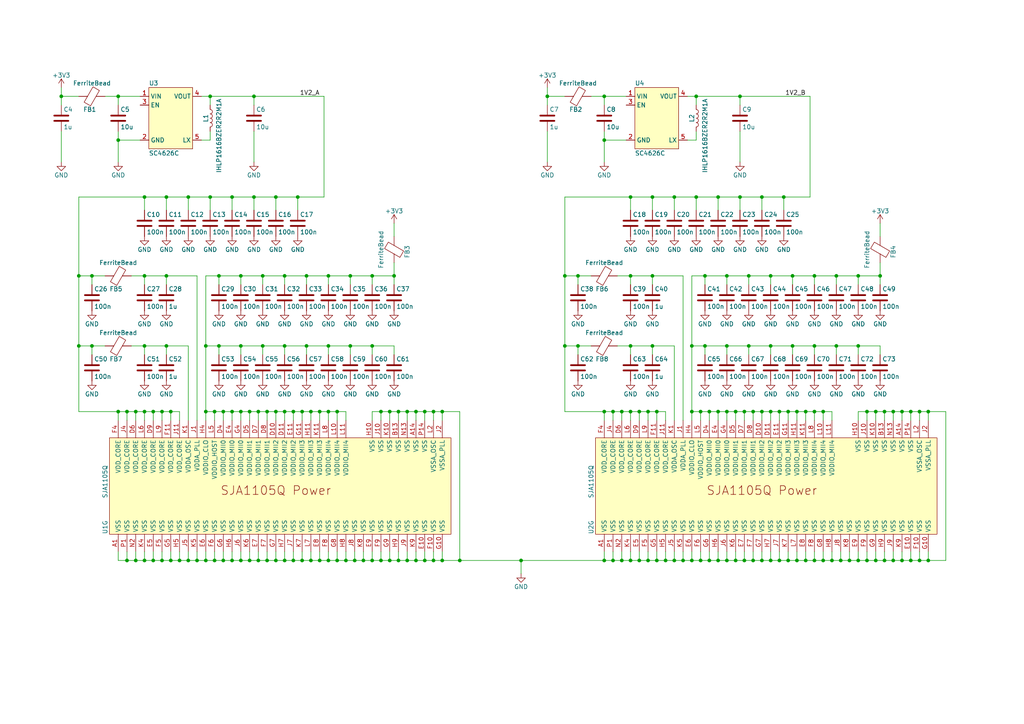
<source format=kicad_sch>
(kicad_sch (version 20211123) (generator eeschema)
  (paper "A4")
  (title_block (title "Open Hardware 10Base-T1L Switch") (date "2023-04-07") (rev "REV A") (company "Peter Heinrich") (comment 1 "Open Hardware License CERN-OHL-P v2") (comment 2 "https://github.com/peterheinrich/Open_10Base-T1L_Switch"))
  (junction (at 220.98 119.38))
  (junction (at 73.66 27.94))
  (junction (at 269.24 162.56))
  (junction (at 49.53 162.56))
  (junction (at 185.42 119.38))
  (junction (at 243.84 162.56))
  (junction (at 151.13 162.56))
  (junction (at 185.42 162.56))
  (junction (at 175.26 162.56))
  (junction (at 22.86 100.33))
  (junction (at 69.85 162.56))
  (junction (at 82.55 119.38))
  (junction (at 95.25 80.01))
  (junction (at 87.63 119.38))
  (junction (at 210.82 162.56))
  (junction (at 190.5 119.38))
  (junction (at 76.2 80.01))
  (junction (at 158.75 27.94))
  (junction (at 208.28 119.38))
  (junction (at 90.17 119.38))
  (junction (at 113.03 119.38))
  (junction (at 223.52 119.38))
  (junction (at 26.67 100.33))
  (junction (at 208.28 57.15))
  (junction (at 254 162.56))
  (junction (at 217.17 80.01))
  (junction (at 64.77 162.56))
  (junction (at 175.26 40.64))
  (junction (at 128.27 119.38))
  (junction (at 251.46 119.38))
  (junction (at 69.85 80.01))
  (junction (at 125.73 162.56))
  (junction (at 248.92 80.01))
  (junction (at 210.82 119.38))
  (junction (at 72.39 162.56))
  (junction (at 214.63 57.15))
  (junction (at 248.92 100.33))
  (junction (at 80.01 57.15))
  (junction (at 242.57 80.01))
  (junction (at 254 119.38))
  (junction (at 60.96 57.15))
  (junction (at 101.6 100.33))
  (junction (at 54.61 57.15))
  (junction (at 115.57 119.38))
  (junction (at 34.29 27.94))
  (junction (at 118.11 162.56))
  (junction (at 238.76 119.38))
  (junction (at 34.29 40.64))
  (junction (at 182.88 119.38))
  (junction (at 88.9 100.33))
  (junction (at 123.19 162.56))
  (junction (at 193.04 162.56))
  (junction (at 190.5 162.56))
  (junction (at 39.37 162.56))
  (junction (at 210.82 80.01))
  (junction (at 120.65 162.56))
  (junction (at 85.09 162.56))
  (junction (at 113.03 162.56))
  (junction (at 77.47 162.56))
  (junction (at 177.8 119.38))
  (junction (at 229.87 100.33))
  (junction (at 102.87 162.56))
  (junction (at 251.46 162.56))
  (junction (at 180.34 162.56))
  (junction (at 128.27 162.56))
  (junction (at 187.96 162.56))
  (junction (at 264.16 162.56))
  (junction (at 46.99 162.56))
  (junction (at 236.22 119.38))
  (junction (at 41.91 119.38))
  (junction (at 229.87 80.01))
  (junction (at 22.86 80.01))
  (junction (at 227.33 57.15))
  (junction (at 214.63 27.94))
  (junction (at 41.91 80.01))
  (junction (at 204.47 80.01))
  (junction (at 82.55 162.56))
  (junction (at 233.68 119.38))
  (junction (at 97.79 119.38))
  (junction (at 110.49 119.38))
  (junction (at 241.3 162.56))
  (junction (at 204.47 100.33))
  (junction (at 123.19 119.38))
  (junction (at 125.73 119.38))
  (junction (at 205.74 119.38))
  (junction (at 175.26 119.38))
  (junction (at 72.39 119.38))
  (junction (at 228.6 162.56))
  (junction (at 231.14 162.56))
  (junction (at 256.54 119.38))
  (junction (at 52.07 162.56))
  (junction (at 195.58 57.15))
  (junction (at 82.55 100.33))
  (junction (at 203.2 119.38))
  (junction (at 175.26 27.94))
  (junction (at 236.22 100.33))
  (junction (at 201.93 27.94))
  (junction (at 57.15 162.56))
  (junction (at 92.71 119.38))
  (junction (at 200.66 100.33))
  (junction (at 189.23 100.33))
  (junction (at 101.6 80.01))
  (junction (at 95.25 100.33))
  (junction (at 261.62 162.56))
  (junction (at 46.99 119.38))
  (junction (at 48.26 57.15))
  (junction (at 208.28 162.56))
  (junction (at 198.12 162.56))
  (junction (at 80.01 162.56))
  (junction (at 60.96 27.94))
  (junction (at 133.35 162.56))
  (junction (at 41.91 57.15))
  (junction (at 90.17 162.56))
  (junction (at 218.44 119.38))
  (junction (at 218.44 162.56))
  (junction (at 180.34 119.38))
  (junction (at 105.41 162.56))
  (junction (at 59.69 162.56))
  (junction (at 220.98 57.15))
  (junction (at 69.85 119.38))
  (junction (at 82.55 80.01))
  (junction (at 63.5 100.33))
  (junction (at 59.69 100.33))
  (junction (at 201.93 57.15))
  (junction (at 248.92 162.56))
  (junction (at 200.66 162.56))
  (junction (at 41.91 162.56))
  (junction (at 92.71 162.56))
  (junction (at 233.68 162.56))
  (junction (at 182.88 100.33))
  (junction (at 76.2 100.33))
  (junction (at 95.25 119.38))
  (junction (at 269.24 119.38))
  (junction (at 215.9 162.56))
  (junction (at 217.17 100.33))
  (junction (at 213.36 162.56))
  (junction (at 189.23 80.01))
  (junction (at 67.31 119.38))
  (junction (at 203.2 162.56))
  (junction (at 238.76 162.56))
  (junction (at 95.25 162.56))
  (junction (at 118.11 119.38))
  (junction (at 86.36 57.15))
  (junction (at 182.88 162.56))
  (junction (at 74.93 119.38))
  (junction (at 26.67 80.01))
  (junction (at 256.54 162.56))
  (junction (at 62.23 119.38))
  (junction (at 73.66 57.15))
  (junction (at 189.23 57.15))
  (junction (at 259.08 162.56))
  (junction (at 54.61 162.56))
  (junction (at 228.6 119.38))
  (junction (at 266.7 162.56))
  (junction (at 74.93 162.56))
  (junction (at 115.57 162.56))
  (junction (at 63.5 80.01))
  (junction (at 107.95 80.01))
  (junction (at 80.01 119.38))
  (junction (at 177.8 162.56))
  (junction (at 59.69 119.38))
  (junction (at 120.65 119.38))
  (junction (at 62.23 162.56))
  (junction (at 242.57 100.33))
  (junction (at 85.09 119.38))
  (junction (at 107.95 162.56))
  (junction (at 100.33 162.56))
  (junction (at 167.64 80.01))
  (junction (at 195.58 162.56))
  (junction (at 48.26 80.01))
  (junction (at 110.49 162.56))
  (junction (at 87.63 162.56))
  (junction (at 69.85 100.33))
  (junction (at 236.22 80.01))
  (junction (at 163.83 100.33))
  (junction (at 231.14 119.38))
  (junction (at 167.64 100.33))
  (junction (at 200.66 119.38))
  (junction (at 182.88 57.15))
  (junction (at 48.26 100.33))
  (junction (at 114.3 80.01))
  (junction (at 213.36 119.38))
  (junction (at 264.16 119.38))
  (junction (at 36.83 119.38))
  (junction (at 67.31 57.15))
  (junction (at 246.38 162.56))
  (junction (at 77.47 119.38))
  (junction (at 97.79 162.56))
  (junction (at 44.45 119.38))
  (junction (at 226.06 119.38))
  (junction (at 36.83 162.56))
  (junction (at 34.29 119.38))
  (junction (at 236.22 162.56))
  (junction (at 220.98 162.56))
  (junction (at 64.77 119.38))
  (junction (at 259.08 119.38))
  (junction (at 182.88 80.01))
  (junction (at 107.95 100.33))
  (junction (at 44.45 162.56))
  (junction (at 210.82 100.33))
  (junction (at 187.96 119.38))
  (junction (at 255.27 80.01))
  (junction (at 223.52 80.01))
  (junction (at 49.53 119.38))
  (junction (at 41.91 100.33))
  (junction (at 223.52 100.33))
  (junction (at 215.9 119.38))
  (junction (at 205.74 162.56))
  (junction (at 39.37 119.38))
  (junction (at 266.7 119.38))
  (junction (at 226.06 162.56))
  (junction (at 261.62 119.38))
  (junction (at 223.52 162.56))
  (junction (at 88.9 80.01))
  (junction (at 163.83 80.01))
  (junction (at 67.31 162.56))
  (junction (at 17.78 27.94))
  (wire (pts (xy 223.52 119.38) (xy 223.52 121.92)))
  (wire (pts (xy 204.47 80.01) (xy 210.82 80.01)))
  (wire (pts (xy 246.38 162.56) (xy 248.92 162.56)))
  (wire (pts (xy 95.25 162.56) (xy 97.79 162.56)))
  (wire (pts (xy 62.23 162.56) (xy 64.77 162.56)))
  (wire (pts (xy 204.47 100.33) (xy 210.82 100.33)))
  (wire (pts (xy 217.17 80.01) (xy 217.17 82.55)))
  (wire (pts (xy 72.39 160.02) (xy 72.39 162.56)))
  (wire (pts (xy 220.98 57.15) (xy 227.33 57.15)))
  (wire (pts (xy 254 119.38) (xy 256.54 119.38)))
  (wire (pts (xy 227.33 57.15) (xy 227.33 60.96)))
  (wire (pts (xy 26.67 100.33) (xy 30.48 100.33)))
  (wire (pts (xy 125.73 119.38) (xy 125.73 121.92)))
  (wire (pts (xy 163.83 119.38) (xy 175.26 119.38)))
  (wire (pts (xy 90.17 119.38) (xy 90.17 121.92)))
  (wire (pts (xy 223.52 119.38) (xy 226.06 119.38)))
  (wire (pts (xy 187.96 119.38) (xy 190.5 119.38)))
  (wire (pts (xy 220.98 160.02) (xy 220.98 162.56)))
  (wire (pts (xy 167.64 80.01) (xy 171.45 80.01)))
  (wire (pts (xy 34.29 30.48) (xy 34.29 27.94)))
  (wire (pts (xy 189.23 100.33) (xy 189.23 102.87)))
  (wire (pts (xy 223.52 100.33) (xy 229.87 100.33)))
  (wire (pts (xy 266.7 119.38) (xy 266.7 121.92)))
  (wire (pts (xy 201.93 40.64) (xy 201.93 38.1)))
  (wire (pts (xy 95.25 119.38) (xy 97.79 119.38)))
  (wire (pts (xy 115.57 119.38) (xy 118.11 119.38)))
  (wire (pts (xy 218.44 119.38) (xy 218.44 121.92)))
  (wire (pts (xy 60.96 57.15) (xy 67.31 57.15)))
  (wire (pts (xy 73.66 27.94) (xy 73.66 30.48)))
  (wire (pts (xy 254 160.02) (xy 254 162.56)))
  (wire (pts (xy 97.79 160.02) (xy 97.79 162.56)))
  (wire (pts (xy 69.85 162.56) (xy 72.39 162.56)))
  (wire (pts (xy 39.37 160.02) (xy 39.37 162.56)))
  (wire (pts (xy 175.26 162.56) (xy 177.8 162.56)))
  (wire (pts (xy 175.26 27.94) (xy 181.61 27.94)))
  (wire (pts (xy 113.03 160.02) (xy 113.03 162.56)))
  (wire (pts (xy 215.9 119.38) (xy 218.44 119.38)))
  (wire (pts (xy 195.58 57.15) (xy 201.93 57.15)))
  (wire (pts (xy 175.26 40.64) (xy 181.61 40.64)))
  (wire (pts (xy 63.5 80.01) (xy 69.85 80.01)))
  (wire (pts (xy 67.31 57.15) (xy 67.31 60.96)))
  (wire (pts (xy 171.45 27.94) (xy 175.26 27.94)))
  (wire (pts (xy 107.95 160.02) (xy 107.95 162.56)))
  (wire (pts (xy 254 119.38) (xy 254 121.92)))
  (wire (pts (xy 57.15 162.56) (xy 59.69 162.56)))
  (wire (pts (xy 256.54 119.38) (xy 259.08 119.38)))
  (wire (pts (xy 259.08 119.38) (xy 259.08 121.92)))
  (wire (pts (xy 57.15 80.01) (xy 57.15 121.92)))
  (wire (pts (xy 248.92 162.56) (xy 251.46 162.56)))
  (wire (pts (xy 204.47 100.33) (xy 204.47 102.87)))
  (wire (pts (xy 82.55 119.38) (xy 85.09 119.38)))
  (wire (pts (xy 205.74 119.38) (xy 205.74 121.92)))
  (wire (pts (xy 266.7 160.02) (xy 266.7 162.56)))
  (wire (pts (xy 195.58 162.56) (xy 198.12 162.56)))
  (wire (pts (xy 87.63 119.38) (xy 90.17 119.38)))
  (wire (pts (xy 36.83 162.56) (xy 39.37 162.56)))
  (wire (pts (xy 256.54 119.38) (xy 256.54 121.92)))
  (wire (pts (xy 44.45 162.56) (xy 46.99 162.56)))
  (wire (pts (xy 182.88 80.01) (xy 189.23 80.01)))
  (wire (pts (xy 210.82 162.56) (xy 213.36 162.56)))
  (wire (pts (xy 264.16 160.02) (xy 264.16 162.56)))
  (wire (pts (xy 38.1 80.01) (xy 41.91 80.01)))
  (wire (pts (xy 30.48 27.94) (xy 34.29 27.94)))
  (wire (pts (xy 67.31 119.38) (xy 69.85 119.38)))
  (wire (pts (xy 201.93 27.94) (xy 214.63 27.94)))
  (wire (pts (xy 87.63 119.38) (xy 87.63 121.92)))
  (wire (pts (xy 189.23 80.01) (xy 198.12 80.01)))
  (wire (pts (xy 22.86 119.38) (xy 34.29 119.38)))
  (wire (pts (xy 76.2 80.01) (xy 76.2 82.55)))
  (wire (pts (xy 41.91 162.56) (xy 44.45 162.56)))
  (wire (pts (xy 210.82 119.38) (xy 213.36 119.38)))
  (wire (pts (xy 110.49 119.38) (xy 113.03 119.38)))
  (wire (pts (xy 49.53 160.02) (xy 49.53 162.56)))
  (wire (pts (xy 229.87 100.33) (xy 229.87 102.87)))
  (wire (pts (xy 193.04 160.02) (xy 193.04 162.56)))
  (wire (pts (xy 69.85 119.38) (xy 72.39 119.38)))
  (wire (pts (xy 208.28 162.56) (xy 210.82 162.56)))
  (wire (pts (xy 39.37 119.38) (xy 39.37 121.92)))
  (wire (pts (xy 179.07 80.01) (xy 182.88 80.01)))
  (wire (pts (xy 87.63 162.56) (xy 90.17 162.56)))
  (wire (pts (xy 67.31 160.02) (xy 67.31 162.56)))
  (wire (pts (xy 251.46 119.38) (xy 251.46 121.92)))
  (wire (pts (xy 204.47 80.01) (xy 204.47 82.55)))
  (wire (pts (xy 105.41 160.02) (xy 105.41 162.56)))
  (wire (pts (xy 238.76 160.02) (xy 238.76 162.56)))
  (wire (pts (xy 193.04 162.56) (xy 195.58 162.56)))
  (wire (pts (xy 105.41 162.56) (xy 107.95 162.56)))
  (wire (pts (xy 72.39 119.38) (xy 72.39 121.92)))
  (wire (pts (xy 248.92 100.33) (xy 248.92 102.87)))
  (wire (pts (xy 92.71 160.02) (xy 92.71 162.56)))
  (wire (pts (xy 41.91 80.01) (xy 48.26 80.01)))
  (wire (pts (xy 118.11 119.38) (xy 120.65 119.38)))
  (wire (pts (xy 36.83 119.38) (xy 36.83 121.92)))
  (wire (pts (xy 101.6 80.01) (xy 101.6 82.55)))
  (wire (pts (xy 220.98 57.15) (xy 220.98 60.96)))
  (wire (pts (xy 76.2 100.33) (xy 82.55 100.33)))
  (wire (pts (xy 17.78 27.94) (xy 22.86 27.94)))
  (wire (pts (xy 82.55 119.38) (xy 82.55 121.92)))
  (wire (pts (xy 93.98 27.94) (xy 93.98 57.15)))
  (wire (pts (xy 243.84 160.02) (xy 243.84 162.56)))
  (wire (pts (xy 190.5 119.38) (xy 190.5 121.92)))
  (wire (pts (xy 97.79 162.56) (xy 100.33 162.56)))
  (wire (pts (xy 201.93 27.94) (xy 199.39 27.94)))
  (wire (pts (xy 22.86 57.15) (xy 22.86 80.01)))
  (wire (pts (xy 76.2 100.33) (xy 76.2 102.87)))
  (wire (pts (xy 167.64 100.33) (xy 171.45 100.33)))
  (wire (pts (xy 158.75 27.94) (xy 163.83 27.94)))
  (wire (pts (xy 110.49 160.02) (xy 110.49 162.56)))
  (wire (pts (xy 214.63 27.94) (xy 234.95 27.94)))
  (wire (pts (xy 210.82 100.33) (xy 217.17 100.33)))
  (wire (pts (xy 95.25 80.01) (xy 95.25 82.55)))
  (wire (pts (xy 179.07 100.33) (xy 182.88 100.33)))
  (wire (pts (xy 92.71 162.56) (xy 95.25 162.56)))
  (wire (pts (xy 187.96 119.38) (xy 187.96 121.92)))
  (wire (pts (xy 63.5 100.33) (xy 69.85 100.33)))
  (wire (pts (xy 101.6 100.33) (xy 101.6 102.87)))
  (wire (pts (xy 208.28 57.15) (xy 208.28 60.96)))
  (wire (pts (xy 264.16 162.56) (xy 266.7 162.56)))
  (wire (pts (xy 236.22 100.33) (xy 242.57 100.33)))
  (wire (pts (xy 86.36 57.15) (xy 86.36 60.96)))
  (wire (pts (xy 133.35 119.38) (xy 133.35 162.56)))
  (wire (pts (xy 64.77 160.02) (xy 64.77 162.56)))
  (wire (pts (xy 107.95 80.01) (xy 107.95 82.55)))
  (wire (pts (xy 102.87 160.02) (xy 102.87 162.56)))
  (wire (pts (xy 74.93 119.38) (xy 77.47 119.38)))
  (wire (pts (xy 60.96 30.48) (xy 60.96 27.94)))
  (wire (pts (xy 229.87 80.01) (xy 229.87 82.55)))
  (wire (pts (xy 175.26 160.02) (xy 175.26 162.56)))
  (wire (pts (xy 198.12 160.02) (xy 198.12 162.56)))
  (wire (pts (xy 69.85 160.02) (xy 69.85 162.56)))
  (wire (pts (xy 185.42 119.38) (xy 187.96 119.38)))
  (wire (pts (xy 63.5 80.01) (xy 63.5 82.55)))
  (wire (pts (xy 54.61 100.33) (xy 54.61 121.92)))
  (wire (pts (xy 210.82 119.38) (xy 210.82 121.92)))
  (wire (pts (xy 246.38 160.02) (xy 246.38 162.56)))
  (wire (pts (xy 228.6 119.38) (xy 228.6 121.92)))
  (wire (pts (xy 180.34 119.38) (xy 180.34 121.92)))
  (wire (pts (xy 269.24 119.38) (xy 274.32 119.38)))
  (wire (pts (xy 69.85 80.01) (xy 76.2 80.01)))
  (wire (pts (xy 17.78 27.94) (xy 17.78 30.48)))
  (wire (pts (xy 220.98 119.38) (xy 220.98 121.92)))
  (wire (pts (xy 248.92 160.02) (xy 248.92 162.56)))
  (wire (pts (xy 261.62 119.38) (xy 264.16 119.38)))
  (wire (pts (xy 200.66 80.01) (xy 204.47 80.01)))
  (wire (pts (xy 107.95 80.01) (xy 114.3 80.01)))
  (wire (pts (xy 233.68 119.38) (xy 236.22 119.38)))
  (wire (pts (xy 242.57 100.33) (xy 242.57 102.87)))
  (wire (pts (xy 163.83 100.33) (xy 167.64 100.33)))
  (wire (pts (xy 49.53 119.38) (xy 49.53 121.92)))
  (wire (pts (xy 203.2 119.38) (xy 203.2 121.92)))
  (wire (pts (xy 60.96 57.15) (xy 60.96 60.96)))
  (wire (pts (xy 107.95 121.92) (xy 107.95 119.38)))
  (wire (pts (xy 49.53 162.56) (xy 52.07 162.56)))
  (wire (pts (xy 74.93 119.38) (xy 74.93 121.92)))
  (wire (pts (xy 233.68 162.56) (xy 236.22 162.56)))
  (wire (pts (xy 255.27 64.77) (xy 255.27 68.58)))
  (wire (pts (xy 205.74 160.02) (xy 205.74 162.56)))
  (wire (pts (xy 200.66 100.33) (xy 204.47 100.33)))
  (wire (pts (xy 190.5 160.02) (xy 190.5 162.56)))
  (wire (pts (xy 41.91 57.15) (xy 41.91 60.96)))
  (wire (pts (xy 220.98 162.56) (xy 223.52 162.56)))
  (wire (pts (xy 86.36 57.15) (xy 93.98 57.15)))
  (wire (pts (xy 77.47 160.02) (xy 77.47 162.56)))
  (wire (pts (xy 264.16 119.38) (xy 266.7 119.38)))
  (wire (pts (xy 205.74 162.56) (xy 208.28 162.56)))
  (wire (pts (xy 185.42 162.56) (xy 187.96 162.56)))
  (wire (pts (xy 217.17 80.01) (xy 223.52 80.01)))
  (wire (pts (xy 73.66 38.1) (xy 73.66 46.99)))
  (wire (pts (xy 218.44 162.56) (xy 220.98 162.56)))
  (wire (pts (xy 44.45 160.02) (xy 44.45 162.56)))
  (wire (pts (xy 217.17 100.33) (xy 223.52 100.33)))
  (wire (pts (xy 17.78 25.4) (xy 17.78 27.94)))
  (wire (pts (xy 248.92 80.01) (xy 255.27 80.01)))
  (wire (pts (xy 101.6 80.01) (xy 107.95 80.01)))
  (wire (pts (xy 95.25 160.02) (xy 95.25 162.56)))
  (wire (pts (xy 72.39 162.56) (xy 74.93 162.56)))
  (wire (pts (xy 44.45 119.38) (xy 44.45 121.92)))
  (wire (pts (xy 73.66 57.15) (xy 80.01 57.15)))
  (wire (pts (xy 182.88 57.15) (xy 189.23 57.15)))
  (wire (pts (xy 88.9 80.01) (xy 95.25 80.01)))
  (wire (pts (xy 241.3 160.02) (xy 241.3 162.56)))
  (wire (pts (xy 236.22 119.38) (xy 236.22 121.92)))
  (wire (pts (xy 34.29 119.38) (xy 36.83 119.38)))
  (wire (pts (xy 175.26 30.48) (xy 175.26 27.94)))
  (wire (pts (xy 52.07 160.02) (xy 52.07 162.56)))
  (wire (pts (xy 231.14 119.38) (xy 233.68 119.38)))
  (wire (pts (xy 39.37 162.56) (xy 41.91 162.56)))
  (wire (pts (xy 264.16 119.38) (xy 264.16 121.92)))
  (wire (pts (xy 189.23 57.15) (xy 189.23 60.96)))
  (wire (pts (xy 113.03 119.38) (xy 115.57 119.38)))
  (wire (pts (xy 88.9 100.33) (xy 95.25 100.33)))
  (wire (pts (xy 208.28 119.38) (xy 210.82 119.38)))
  (wire (pts (xy 46.99 160.02) (xy 46.99 162.56)))
  (wire (pts (xy 177.8 119.38) (xy 177.8 121.92)))
  (wire (pts (xy 208.28 57.15) (xy 214.63 57.15)))
  (wire (pts (xy 114.3 76.2) (xy 114.3 80.01)))
  (wire (pts (xy 22.86 100.33) (xy 22.86 119.38)))
  (wire (pts (xy 158.75 25.4) (xy 158.75 27.94)))
  (wire (pts (xy 213.36 119.38) (xy 213.36 121.92)))
  (wire (pts (xy 266.7 162.56) (xy 269.24 162.56)))
  (wire (pts (xy 175.26 121.92) (xy 175.26 119.38)))
  (wire (pts (xy 59.69 100.33) (xy 59.69 80.01)))
  (wire (pts (xy 85.09 119.38) (xy 87.63 119.38)))
  (wire (pts (xy 110.49 119.38) (xy 110.49 121.92)))
  (wire (pts (xy 60.96 27.94) (xy 58.42 27.94)))
  (wire (pts (xy 242.57 80.01) (xy 242.57 82.55)))
  (wire (pts (xy 210.82 160.02) (xy 210.82 162.56)))
  (wire (pts (xy 228.6 119.38) (xy 231.14 119.38)))
  (wire (pts (xy 82.55 80.01) (xy 82.55 82.55)))
  (wire (pts (xy 226.06 119.38) (xy 226.06 121.92)))
  (wire (pts (xy 90.17 119.38) (xy 92.71 119.38)))
  (wire (pts (xy 226.06 162.56) (xy 228.6 162.56)))
  (wire (pts (xy 60.96 27.94) (xy 73.66 27.94)))
  (wire (pts (xy 44.45 119.38) (xy 46.99 119.38)))
  (wire (pts (xy 203.2 162.56) (xy 205.74 162.56)))
  (wire (pts (xy 180.34 119.38) (xy 182.88 119.38)))
  (wire (pts (xy 48.26 100.33) (xy 48.26 102.87)))
  (wire (pts (xy 261.62 160.02) (xy 261.62 162.56)))
  (wire (pts (xy 34.29 160.02) (xy 34.29 162.56)))
  (wire (pts (xy 190.5 119.38) (xy 193.04 119.38)))
  (wire (pts (xy 73.66 27.94) (xy 93.98 27.94)))
  (wire (pts (xy 82.55 100.33) (xy 82.55 102.87)))
  (wire (pts (xy 22.86 80.01) (xy 26.67 80.01)))
  (wire (pts (xy 115.57 162.56) (xy 118.11 162.56)))
  (wire (pts (xy 62.23 119.38) (xy 62.23 121.92)))
  (wire (pts (xy 163.83 100.33) (xy 163.83 119.38)))
  (wire (pts (xy 49.53 119.38) (xy 52.07 119.38)))
  (wire (pts (xy 88.9 80.01) (xy 88.9 82.55)))
  (wire (pts (xy 236.22 80.01) (xy 236.22 82.55)))
  (wire (pts (xy 128.27 119.38) (xy 128.27 121.92)))
  (wire (pts (xy 151.13 162.56) (xy 151.13 166.37)))
  (wire (pts (xy 107.95 100.33) (xy 114.3 100.33)))
  (wire (pts (xy 158.75 27.94) (xy 158.75 30.48)))
  (wire (pts (xy 195.58 160.02) (xy 195.58 162.56)))
  (wire (pts (xy 69.85 100.33) (xy 76.2 100.33)))
  (wire (pts (xy 256.54 160.02) (xy 256.54 162.56)))
  (wire (pts (xy 90.17 160.02) (xy 90.17 162.56)))
  (wire (pts (xy 67.31 162.56) (xy 69.85 162.56)))
  (wire (pts (xy 36.83 119.38) (xy 39.37 119.38)))
  (wire (pts (xy 95.25 119.38) (xy 95.25 121.92)))
  (wire (pts (xy 182.88 80.01) (xy 182.88 82.55)))
  (wire (pts (xy 80.01 57.15) (xy 86.36 57.15)))
  (wire (pts (xy 69.85 80.01) (xy 69.85 82.55)))
  (wire (pts (xy 182.88 119.38) (xy 182.88 121.92)))
  (wire (pts (xy 113.03 162.56) (xy 115.57 162.56)))
  (wire (pts (xy 82.55 162.56) (xy 85.09 162.56)))
  (wire (pts (xy 200.66 162.56) (xy 203.2 162.56)))
  (wire (pts (xy 214.63 27.94) (xy 214.63 30.48)))
  (wire (pts (xy 41.91 100.33) (xy 48.26 100.33)))
  (wire (pts (xy 58.42 40.64) (xy 60.96 40.64)))
  (wire (pts (xy 120.65 160.02) (xy 120.65 162.56)))
  (wire (pts (xy 261.62 162.56) (xy 264.16 162.56)))
  (wire (pts (xy 180.34 162.56) (xy 182.88 162.56)))
  (wire (pts (xy 231.14 119.38) (xy 231.14 121.92)))
  (wire (pts (xy 80.01 119.38) (xy 80.01 121.92)))
  (wire (pts (xy 200.66 100.33) (xy 200.66 80.01)))
  (wire (pts (xy 266.7 119.38) (xy 269.24 119.38)))
  (wire (pts (xy 85.09 119.38) (xy 85.09 121.92)))
  (wire (pts (xy 229.87 100.33) (xy 236.22 100.33)))
  (wire (pts (xy 80.01 119.38) (xy 82.55 119.38)))
  (wire (pts (xy 59.69 121.92) (xy 59.69 119.38)))
  (wire (pts (xy 69.85 100.33) (xy 69.85 102.87)))
  (wire (pts (xy 80.01 160.02) (xy 80.01 162.56)))
  (wire (pts (xy 41.91 100.33) (xy 41.91 102.87)))
  (wire (pts (xy 64.77 162.56) (xy 67.31 162.56)))
  (wire (pts (xy 213.36 160.02) (xy 213.36 162.56)))
  (wire (pts (xy 133.35 162.56) (xy 151.13 162.56)))
  (wire (pts (xy 62.23 160.02) (xy 62.23 162.56)))
  (wire (pts (xy 167.64 100.33) (xy 167.64 102.87)))
  (wire (pts (xy 201.93 57.15) (xy 208.28 57.15)))
  (wire (pts (xy 256.54 162.56) (xy 259.08 162.56)))
  (wire (pts (xy 208.28 160.02) (xy 208.28 162.56)))
  (wire (pts (xy 175.26 38.1) (xy 175.26 40.64)))
  (wire (pts (xy 82.55 160.02) (xy 82.55 162.56)))
  (wire (pts (xy 54.61 57.15) (xy 60.96 57.15)))
  (wire (pts (xy 236.22 80.01) (xy 242.57 80.01)))
  (wire (pts (xy 220.98 119.38) (xy 223.52 119.38)))
  (wire (pts (xy 193.04 119.38) (xy 193.04 121.92)))
  (wire (pts (xy 77.47 119.38) (xy 77.47 121.92)))
  (wire (pts (xy 198.12 162.56) (xy 200.66 162.56)))
  (wire (pts (xy 80.01 57.15) (xy 80.01 60.96)))
  (wire (pts (xy 97.79 119.38) (xy 97.79 121.92)))
  (wire (pts (xy 34.29 38.1) (xy 34.29 40.64)))
  (wire (pts (xy 200.66 121.92) (xy 200.66 119.38)))
  (wire (pts (xy 233.68 160.02) (xy 233.68 162.56)))
  (wire (pts (xy 199.39 40.64) (xy 201.93 40.64)))
  (wire (pts (xy 274.32 119.38) (xy 274.32 162.56)))
  (wire (pts (xy 107.95 119.38) (xy 110.49 119.38)))
  (wire (pts (xy 54.61 160.02) (xy 54.61 162.56)))
  (wire (pts (xy 73.66 57.15) (xy 73.66 60.96)))
  (wire (pts (xy 59.69 100.33) (xy 63.5 100.33)))
  (wire (pts (xy 114.3 100.33) (xy 114.3 102.87)))
  (wire (pts (xy 62.23 119.38) (xy 64.77 119.38)))
  (wire (pts (xy 36.83 160.02) (xy 36.83 162.56)))
  (wire (pts (xy 41.91 57.15) (xy 48.26 57.15)))
  (wire (pts (xy 48.26 57.15) (xy 48.26 60.96)))
  (wire (pts (xy 22.86 57.15) (xy 41.91 57.15)))
  (wire (pts (xy 115.57 119.38) (xy 115.57 121.92)))
  (wire (pts (xy 123.19 160.02) (xy 123.19 162.56)))
  (wire (pts (xy 190.5 162.56) (xy 193.04 162.56)))
  (wire (pts (xy 82.55 100.33) (xy 88.9 100.33)))
  (wire (pts (xy 92.71 119.38) (xy 95.25 119.38)))
  (wire (pts (xy 210.82 80.01) (xy 217.17 80.01)))
  (wire (pts (xy 251.46 162.56) (xy 254 162.56)))
  (wire (pts (xy 125.73 160.02) (xy 125.73 162.56)))
  (wire (pts (xy 34.29 121.92) (xy 34.29 119.38)))
  (wire (pts (xy 236.22 100.33) (xy 236.22 102.87)))
  (wire (pts (xy 242.57 100.33) (xy 248.92 100.33)))
  (wire (pts (xy 100.33 162.56) (xy 102.87 162.56)))
  (wire (pts (xy 177.8 160.02) (xy 177.8 162.56)))
  (wire (pts (xy 52.07 162.56) (xy 54.61 162.56)))
  (wire (pts (xy 269.24 162.56) (xy 274.32 162.56)))
  (wire (pts (xy 95.25 100.33) (xy 101.6 100.33)))
  (wire (pts (xy 80.01 162.56) (xy 82.55 162.56)))
  (wire (pts (xy 226.06 160.02) (xy 226.06 162.56)))
  (wire (pts (xy 233.68 119.38) (xy 233.68 121.92)))
  (wire (pts (xy 85.09 162.56) (xy 87.63 162.56)))
  (wire (pts (xy 76.2 80.01) (xy 82.55 80.01)))
  (wire (pts (xy 226.06 119.38) (xy 228.6 119.38)))
  (wire (pts (xy 200.66 160.02) (xy 200.66 162.56)))
  (wire (pts (xy 102.87 162.56) (xy 105.41 162.56)))
  (wire (pts (xy 217.17 100.33) (xy 217.17 102.87)))
  (wire (pts (xy 77.47 162.56) (xy 80.01 162.56)))
  (wire (pts (xy 163.83 57.15) (xy 163.83 80.01)))
  (wire (pts (xy 187.96 162.56) (xy 190.5 162.56)))
  (wire (pts (xy 243.84 162.56) (xy 246.38 162.56)))
  (wire (pts (xy 26.67 80.01) (xy 30.48 80.01)))
  (wire (pts (xy 114.3 80.01) (xy 114.3 82.55)))
  (wire (pts (xy 22.86 80.01) (xy 22.86 100.33)))
  (wire (pts (xy 248.92 100.33) (xy 255.27 100.33)))
  (wire (pts (xy 175.26 119.38) (xy 177.8 119.38)))
  (wire (pts (xy 46.99 162.56) (xy 49.53 162.56)))
  (wire (pts (xy 223.52 162.56) (xy 226.06 162.56)))
  (wire (pts (xy 41.91 160.02) (xy 41.91 162.56)))
  (wire (pts (xy 100.33 119.38) (xy 100.33 121.92)))
  (wire (pts (xy 118.11 162.56) (xy 120.65 162.56)))
  (wire (pts (xy 241.3 162.56) (xy 243.84 162.56)))
  (wire (pts (xy 259.08 119.38) (xy 261.62 119.38)))
  (wire (pts (xy 201.93 30.48) (xy 201.93 27.94)))
  (wire (pts (xy 60.96 40.64) (xy 60.96 38.1)))
  (wire (pts (xy 158.75 46.99) (xy 158.75 38.1)))
  (wire (pts (xy 205.74 119.38) (xy 208.28 119.38)))
  (wire (pts (xy 59.69 119.38) (xy 62.23 119.38)))
  (wire (pts (xy 115.57 160.02) (xy 115.57 162.56)))
  (wire (pts (xy 251.46 160.02) (xy 251.46 162.56)))
  (wire (pts (xy 215.9 119.38) (xy 215.9 121.92)))
  (wire (pts (xy 163.83 57.15) (xy 182.88 57.15)))
  (wire (pts (xy 231.14 160.02) (xy 231.14 162.56)))
  (wire (pts (xy 118.11 119.38) (xy 118.11 121.92)))
  (wire (pts (xy 218.44 119.38) (xy 220.98 119.38)))
  (wire (pts (xy 90.17 162.56) (xy 92.71 162.56)))
  (wire (pts (xy 210.82 100.33) (xy 210.82 102.87)))
  (wire (pts (xy 238.76 119.38) (xy 238.76 121.92)))
  (wire (pts (xy 107.95 100.33) (xy 107.95 102.87)))
  (wire (pts (xy 223.52 80.01) (xy 223.52 82.55)))
  (wire (pts (xy 77.47 119.38) (xy 80.01 119.38)))
  (wire (pts (xy 180.34 160.02) (xy 180.34 162.56)))
  (wire (pts (xy 248.92 121.92) (xy 248.92 119.38)))
  (wire (pts (xy 48.26 57.15) (xy 54.61 57.15)))
  (wire (pts (xy 52.07 119.38) (xy 52.07 121.92)))
  (wire (pts (xy 261.62 119.38) (xy 261.62 121.92)))
  (wire (pts (xy 182.88 57.15) (xy 182.88 60.96)))
  (wire (pts (xy 213.36 162.56) (xy 215.9 162.56)))
  (wire (pts (xy 59.69 160.02) (xy 59.69 162.56)))
  (wire (pts (xy 214.63 38.1) (xy 214.63 46.99)))
  (wire (pts (xy 248.92 119.38) (xy 251.46 119.38)))
  (wire (pts (xy 110.49 162.56) (xy 113.03 162.56)))
  (wire (pts (xy 218.44 160.02) (xy 218.44 162.56)))
  (wire (pts (xy 97.79 119.38) (xy 100.33 119.38)))
  (wire (pts (xy 215.9 162.56) (xy 218.44 162.56)))
  (wire (pts (xy 182.88 160.02) (xy 182.88 162.56)))
  (wire (pts (xy 254 162.56) (xy 256.54 162.56)))
  (wire (pts (xy 182.88 100.33) (xy 182.88 102.87)))
  (wire (pts (xy 64.77 119.38) (xy 67.31 119.38)))
  (wire (pts (xy 64.77 119.38) (xy 64.77 121.92)))
  (wire (pts (xy 95.25 100.33) (xy 95.25 102.87)))
  (wire (pts (xy 163.83 80.01) (xy 167.64 80.01)))
  (wire (pts (xy 101.6 100.33) (xy 107.95 100.33)))
  (wire (pts (xy 34.29 27.94) (xy 40.64 27.94)))
  (wire (pts (xy 100.33 160.02) (xy 100.33 162.56)))
  (wire (pts (xy 46.99 119.38) (xy 49.53 119.38)))
  (wire (pts (xy 22.86 100.33) (xy 26.67 100.33)))
  (wire (pts (xy 128.27 162.56) (xy 133.35 162.56)))
  (wire (pts (xy 201.93 57.15) (xy 201.93 60.96)))
  (wire (pts (xy 120.65 119.38) (xy 120.65 121.92)))
  (wire (pts (xy 251.46 119.38) (xy 254 119.38)))
  (wire (pts (xy 95.25 80.01) (xy 101.6 80.01)))
  (wire (pts (xy 269.24 162.56) (xy 269.24 160.02)))
  (wire (pts (xy 59.69 119.38) (xy 59.69 100.33)))
  (wire (pts (xy 208.28 119.38) (xy 208.28 121.92)))
  (wire (pts (xy 255.27 80.01) (xy 255.27 82.55)))
  (wire (pts (xy 59.69 162.56) (xy 62.23 162.56)))
  (wire (pts (xy 228.6 162.56) (xy 231.14 162.56)))
  (wire (pts (xy 34.29 40.64) (xy 40.64 40.64)))
  (wire (pts (xy 203.2 160.02) (xy 203.2 162.56)))
  (wire (pts (xy 238.76 162.56) (xy 241.3 162.56)))
  (wire (pts (xy 82.55 80.01) (xy 88.9 80.01)))
  (wire (pts (xy 185.42 160.02) (xy 185.42 162.56)))
  (wire (pts (xy 57.15 160.02) (xy 57.15 162.56)))
  (wire (pts (xy 210.82 80.01) (xy 210.82 82.55)))
  (wire (pts (xy 128.27 160.02) (xy 128.27 162.56)))
  (wire (pts (xy 107.95 162.56) (xy 110.49 162.56)))
  (wire (pts (xy 185.42 119.38) (xy 185.42 121.92)))
  (wire (pts (xy 34.29 40.64) (xy 34.29 46.99)))
  (wire (pts (xy 92.71 119.38) (xy 92.71 121.92)))
  (wire (pts (xy 114.3 64.77) (xy 114.3 68.58)))
  (wire (pts (xy 67.31 57.15) (xy 73.66 57.15)))
  (wire (pts (xy 46.99 119.38) (xy 46.99 121.92)))
  (wire (pts (xy 223.52 100.33) (xy 223.52 102.87)))
  (wire (pts (xy 63.5 100.33) (xy 63.5 102.87)))
  (wire (pts (xy 259.08 162.56) (xy 261.62 162.56)))
  (wire (pts (xy 151.13 162.56) (xy 175.26 162.56)))
  (wire (pts (xy 41.91 119.38) (xy 44.45 119.38)))
  (wire (pts (xy 259.08 160.02) (xy 259.08 162.56)))
  (wire (pts (xy 241.3 119.38) (xy 241.3 121.92)))
  (wire (pts (xy 17.78 46.99) (xy 17.78 38.1)))
  (wire (pts (xy 255.27 100.33) (xy 255.27 102.87)))
  (wire (pts (xy 236.22 119.38) (xy 238.76 119.38)))
  (wire (pts (xy 238.76 119.38) (xy 241.3 119.38)))
  (wire (pts (xy 213.36 119.38) (xy 215.9 119.38)))
  (wire (pts (xy 54.61 57.15) (xy 54.61 60.96)))
  (wire (pts (xy 74.93 162.56) (xy 77.47 162.56)))
  (wire (pts (xy 74.93 160.02) (xy 74.93 162.56)))
  (wire (pts (xy 175.26 40.64) (xy 175.26 46.99)))
  (wire (pts (xy 227.33 57.15) (xy 234.95 57.15)))
  (wire (pts (xy 236.22 162.56) (xy 238.76 162.56)))
  (wire (pts (xy 113.03 119.38) (xy 113.03 121.92)))
  (wire (pts (xy 120.65 119.38) (xy 123.19 119.38)))
  (wire (pts (xy 223.52 160.02) (xy 223.52 162.56)))
  (wire (pts (xy 215.9 160.02) (xy 215.9 162.56)))
  (wire (pts (xy 236.22 160.02) (xy 236.22 162.56)))
  (wire (pts (xy 26.67 100.33) (xy 26.67 102.87)))
  (wire (pts (xy 195.58 57.15) (xy 195.58 60.96)))
  (wire (pts (xy 118.11 160.02) (xy 118.11 162.56)))
  (wire (pts (xy 242.57 80.01) (xy 248.92 80.01)))
  (wire (pts (xy 120.65 162.56) (xy 123.19 162.56)))
  (wire (pts (xy 189.23 80.01) (xy 189.23 82.55)))
  (wire (pts (xy 214.63 57.15) (xy 220.98 57.15)))
  (wire (pts (xy 87.63 160.02) (xy 87.63 162.56)))
  (wire (pts (xy 189.23 100.33) (xy 195.58 100.33)))
  (wire (pts (xy 200.66 119.38) (xy 200.66 100.33)))
  (wire (pts (xy 125.73 119.38) (xy 128.27 119.38)))
  (wire (pts (xy 67.31 119.38) (xy 67.31 121.92)))
  (wire (pts (xy 163.83 80.01) (xy 163.83 100.33)))
  (wire (pts (xy 182.88 119.38) (xy 185.42 119.38)))
  (wire (pts (xy 214.63 57.15) (xy 214.63 60.96)))
  (wire (pts (xy 38.1 100.33) (xy 41.91 100.33)))
  (wire (pts (xy 203.2 119.38) (xy 205.74 119.38)))
  (wire (pts (xy 72.39 119.38) (xy 74.93 119.38)))
  (wire (pts (xy 223.52 80.01) (xy 229.87 80.01)))
  (wire (pts (xy 39.37 119.38) (xy 41.91 119.38)))
  (wire (pts (xy 48.26 100.33) (xy 54.61 100.33)))
  (wire (pts (xy 48.26 80.01) (xy 48.26 82.55)))
  (wire (pts (xy 167.64 80.01) (xy 167.64 82.55)))
  (wire (pts (xy 177.8 119.38) (xy 180.34 119.38)))
  (wire (pts (xy 85.09 160.02) (xy 85.09 162.56)))
  (wire (pts (xy 189.23 57.15) (xy 195.58 57.15)))
  (wire (pts (xy 48.26 80.01) (xy 57.15 80.01)))
  (wire (pts (xy 182.88 100.33) (xy 189.23 100.33)))
  (wire (pts (xy 41.91 80.01) (xy 41.91 82.55)))
  (wire (pts (xy 69.85 119.38) (xy 69.85 121.92)))
  (wire (pts (xy 128.27 119.38) (xy 133.35 119.38)))
  (wire (pts (xy 198.12 80.01) (xy 198.12 121.92)))
  (wire (pts (xy 123.19 119.38) (xy 125.73 119.38)))
  (wire (pts (xy 123.19 162.56) (xy 125.73 162.56)))
  (wire (pts (xy 269.24 119.38) (xy 269.24 121.92)))
  (wire (pts (xy 177.8 162.56) (xy 180.34 162.56)))
  (wire (pts (xy 182.88 162.56) (xy 185.42 162.56)))
  (wire (pts (xy 26.67 80.01) (xy 26.67 82.55)))
  (wire (pts (xy 200.66 119.38) (xy 203.2 119.38)))
  (wire (pts (xy 195.58 100.33) (xy 195.58 121.92)))
  (wire (pts (xy 255.27 76.2) (xy 255.27 80.01)))
  (wire (pts (xy 248.92 80.01) (xy 248.92 82.55)))
  (wire (pts (xy 34.29 162.56) (xy 36.83 162.56)))
  (wire (pts (xy 234.95 27.94) (xy 234.95 57.15)))
  (wire (pts (xy 123.19 119.38) (xy 123.19 121.92)))
  (wire (pts (xy 88.9 100.33) (xy 88.9 102.87)))
  (wire (pts (xy 125.73 162.56) (xy 128.27 162.56)))
  (wire (pts (xy 41.91 119.38) (xy 41.91 121.92)))
  (wire (pts (xy 187.96 160.02) (xy 187.96 162.56)))
  (wire (pts (xy 231.14 162.56) (xy 233.68 162.56)))
  (wire (pts (xy 229.87 80.01) (xy 236.22 80.01)))
  (wire (pts (xy 228.6 160.02) (xy 228.6 162.56)))
  (wire (pts (xy 54.61 162.56) (xy 57.15 162.56)))
  (wire (pts (xy 59.69 80.01) (xy 63.5 80.01)))
  (label "1V2_A" (at 92.71 27.94 180))
  (label "1V2_B" (at 233.68 27.94 180))
  (symbol (lib_id "Device:C") (at 255.27 86.36 0) (unit 1)
    (property "Reference" "C49" (at 255.905 83.82 0) (effects (justify left)))
    (property "Value" "100n" (at 255.905 88.9 0) (effects (justify left)))
    (property "Footprint" "Capacitor_SMD:C_0603_1608Metric" (effects hide))
  )
  (symbol (lib_id "Device:C") (at 189.23 106.68 0) (unit 1)
    (property "Reference" "C64" (at 189.865 104.14 0) (effects (justify left)))
    (property "Value" "1u" (at 189.865 109.22 0) (effects (justify left)))
    (property "Footprint" "Capacitor_SMD:C_0603_1608Metric" (effects hide))
  )
  (symbol (lib_id "power:+3V3") (at 17.78 25.4 0) (unit 1)
    (property "Reference" "#PWR09" (effects hide))
    (property "Value" "+3V3" (at 17.78 21.844 0))
  )
  (symbol (lib_id "Device:C") (at 167.64 106.68 0) (unit 1)
    (property "Reference" "C62" (at 168.275 104.14 0) (effects (justify left)))
    (property "Value" "100n" (at 168.275 109.22 0) (effects (justify left)))
    (property "Footprint" "Capacitor_SMD:C_0603_1608Metric" (effects hide))
  )
  (symbol (lib_id "power:GND") (at 229.87 90.17 0) (unit 1)
    (property "Reference" "#PWR054" (effects hide))
    (property "Value" "GND" (at 229.87 93.98 0))
  )
  (symbol (lib_id "Device:C") (at 229.87 106.68 0) (unit 1)
    (property "Reference" "C69" (at 230.505 104.14 0) (effects (justify left)))
    (property "Value" "100n" (at 230.505 109.22 0) (effects (justify left)))
    (property "Footprint" "Capacitor_SMD:C_0603_1608Metric" (effects hide))
  )
  (symbol (lib_id "power:GND") (at 114.3 90.17 0) (unit 1)
    (property "Reference" "#PWR046" (effects hide))
    (property "Value" "GND" (at 114.3 93.98 0))
  )
  (symbol (lib_id "power:GND") (at 158.75 46.99 0) (unit 1)
    (property "Reference" "#PWR014" (effects hide))
    (property "Value" "GND" (at 158.75 50.8 0))
  )
  (symbol (lib_id "Device:C") (at 41.91 106.68 0) (unit 1)
    (property "Reference" "C51" (at 42.545 104.14 0) (effects (justify left)))
    (property "Value" "100n" (at 42.545 109.22 0) (effects (justify left)))
    (property "Footprint" "Capacitor_SMD:C_0603_1608Metric" (effects hide))
  )
  (symbol (lib_id "Device:C") (at 69.85 106.68 0) (unit 1)
    (property "Reference" "C54" (at 70.485 104.14 0) (effects (justify left)))
    (property "Value" "100n" (at 70.485 109.22 0) (effects (justify left)))
    (property "Footprint" "Capacitor_SMD:C_0603_1608Metric" (effects hide))
  )
  (symbol (lib_id "Device:FerriteBead") (at 26.67 27.94 90) (unit 1)
    (property "Reference" "FB1" (at 26.035 31.75 90))
    (property "Value" "FerriteBead" (at 26.67 24.13 90))
  )
  (symbol (lib_id "power:GND") (at 26.67 110.49 0) (unit 1)
    (property "Reference" "#PWR059" (effects hide))
    (property "Value" "GND" (at 26.67 114.3 0))
  )
  (symbol (lib_id "power:GND") (at 41.91 110.49 0) (unit 1)
    (property "Reference" "#PWR060" (effects hide))
    (property "Value" "GND" (at 41.91 114.3 0))
  )
  (symbol (lib_id "power:GND") (at 248.92 90.17 0) (unit 1)
    (property "Reference" "#PWR057" (effects hide))
    (property "Value" "GND" (at 248.92 93.98 0))
  )
  (symbol (lib_id "Device:C") (at 214.63 34.29 0) (unit 1)
    (property "Reference" "C9" (at 215.265 31.75 0) (effects (justify left)))
    (property "Value" "10u" (at 215.265 36.83 0) (effects (justify left)))
    (property "Footprint" "Capacitor_SMD:C_0805_2012Metric" (effects hide))
  )
  (symbol (lib_id "power:GND") (at 189.23 90.17 0) (unit 1)
    (property "Reference" "#PWR049" (effects hide))
    (property "Value" "GND" (at 189.23 93.98 0))
  )
  (symbol (lib_id "Device:C") (at 189.23 86.36 0) (unit 1)
    (property "Reference" "C40" (at 189.865 83.82 0) (effects (justify left)))
    (property "Value" "1u" (at 189.865 88.9 0) (effects (justify left)))
    (property "Footprint" "Capacitor_SMD:C_0603_1608Metric" (effects hide))
  )
  (symbol (lib_id "Device:L") (at 201.93 34.29 0) (unit 1)
    (property "Reference" "L2" (at 200.66 34.29 90))
    (property "Value" "IHLP1616BZER2R2M1A" (at 204.47 39.37 90))
    (property "Footprint" "Inductor_SMD:L_Vishay_IHLP-1616" (effects hide))
  )
  (symbol (lib_id "power:GND") (at 17.78 46.99 0) (unit 1)
    (property "Reference" "#PWR011" (effects hide))
    (property "Value" "GND" (at 17.78 50.8 0))
  )
  (symbol (lib_id "Device:C") (at 63.5 86.36 0) (unit 1)
    (property "Reference" "C29" (at 64.135 83.82 0) (effects (justify left)))
    (property "Value" "100n" (at 64.135 88.9 0) (effects (justify left)))
    (property "Footprint" "Capacitor_SMD:C_0603_1608Metric" (effects hide))
  )
  (symbol (lib_id "power:GND") (at 48.26 68.58 0) (unit 1)
    (property "Reference" "#PWR020" (effects hide))
    (property "Value" "GND" (at 48.26 72.39 0))
  )
  (symbol (lib_id "power:GND") (at 217.17 110.49 0) (unit 1)
    (property "Reference" "#PWR076" (effects hide))
    (property "Value" "GND" (at 217.17 114.3 0))
  )
  (symbol (lib_id "power:+3V3") (at 158.75 25.4 0) (unit 1)
    (property "Reference" "#PWR010" (effects hide))
    (property "Value" "+3V3" (at 158.75 21.844 0))
  )
  (symbol (lib_id "Device:C") (at 48.26 64.77 0) (unit 1)
    (property "Reference" "C11" (at 48.895 62.23 0) (effects (justify left)))
    (property "Value" "100n" (at 48.895 67.31 0) (effects (justify left)))
    (property "Footprint" "Capacitor_SMD:C_0603_1608Metric" (effects hide))
  )
  (symbol (lib_id "Device:C") (at 208.28 64.77 0) (unit 1)
    (property "Reference" "C22" (at 208.915 62.23 0) (effects (justify left)))
    (property "Value" "100n" (at 208.915 67.31 0) (effects (justify left)))
    (property "Footprint" "Capacitor_SMD:C_0603_1608Metric" (effects hide))
  )
  (symbol (lib_id "Device:C") (at 236.22 86.36 0) (unit 1)
    (property "Reference" "C46" (at 236.855 83.82 0) (effects (justify left)))
    (property "Value" "100n" (at 236.855 88.9 0) (effects (justify left)))
    (property "Footprint" "Capacitor_SMD:C_0603_1608Metric" (effects hide))
  )
  (symbol (lib_id "Device:FerriteBead") (at 255.27 72.39 180) (unit 1)
    (property "Reference" "FB4" (at 259.08 73.025 90))
    (property "Value" "FerriteBead" (at 251.46 72.39 90))
  )
  (symbol (lib_id "Device:C") (at 182.88 106.68 0) (unit 1)
    (property "Reference" "C63" (at 183.515 104.14 0) (effects (justify left)))
    (property "Value" "100n" (at 183.515 109.22 0) (effects (justify left)))
    (property "Footprint" "Capacitor_SMD:C_0603_1608Metric" (effects hide))
  )
  (symbol (lib_id "power:GND") (at 73.66 68.58 0) (unit 1)
    (property "Reference" "#PWR024" (effects hide))
    (property "Value" "GND" (at 73.66 72.39 0))
  )
  (symbol (lib_id "Device:C") (at 80.01 64.77 0) (unit 1)
    (property "Reference" "C16" (at 80.645 62.23 0) (effects (justify left)))
    (property "Value" "100n" (at 80.645 67.31 0) (effects (justify left)))
    (property "Footprint" "Capacitor_SMD:C_0603_1608Metric" (effects hide))
  )
  (symbol (lib_id "power:GND") (at 242.57 110.49 0) (unit 1)
    (property "Reference" "#PWR080" (effects hide))
    (property "Value" "GND" (at 242.57 114.3 0))
  )
  (symbol (lib_id "power:GND") (at 114.3 110.49 0) (unit 1)
    (property "Reference" "#PWR070" (effects hide))
    (property "Value" "GND" (at 114.3 114.3 0))
  )
  (symbol (lib_id "power:GND") (at 242.57 90.17 0) (unit 1)
    (property "Reference" "#PWR056" (effects hide))
    (property "Value" "GND" (at 242.57 93.98 0))
  )
  (symbol (lib_id "Device:C") (at 101.6 106.68 0) (unit 1)
    (property "Reference" "C59" (at 102.235 104.14 0) (effects (justify left)))
    (property "Value" "100n" (at 102.235 109.22 0) (effects (justify left)))
    (property "Footprint" "Capacitor_SMD:C_0603_1608Metric" (effects hide))
  )
  (symbol (lib_id "power:GND") (at 73.66 46.99 0) (unit 1)
    (property "Reference" "#PWR013" (effects hide))
    (property "Value" "GND" (at 73.66 50.8 0))
  )
  (symbol (lib_id "Device:C") (at 167.64 86.36 0) (unit 1)
    (property "Reference" "C38" (at 168.275 83.82 0) (effects (justify left)))
    (property "Value" "100n" (at 168.275 88.9 0) (effects (justify left)))
    (property "Footprint" "Capacitor_SMD:C_0603_1608Metric" (effects hide))
  )
  (symbol (lib_id "power:GND") (at 255.27 90.17 0) (unit 1)
    (property "Reference" "#PWR058" (effects hide))
    (property "Value" "GND" (at 255.27 93.98 0))
  )
  (symbol (lib_id "Device:C") (at 41.91 86.36 0) (unit 1)
    (property "Reference" "C27" (at 42.545 83.82 0) (effects (justify left)))
    (property "Value" "100n" (at 42.545 88.9 0) (effects (justify left)))
    (property "Footprint" "Capacitor_SMD:C_0603_1608Metric" (effects hide))
  )
  (symbol (lib_id "Device:FerriteBead") (at 167.64 27.94 90) (unit 1)
    (property "Reference" "FB2" (at 167.005 31.75 90))
    (property "Value" "FerriteBead" (at 167.64 24.13 90))
  )
  (symbol (lib_id "SJA1105Q:SJA1105Q") (at 31.75 154.94 90) (unit 7)
    (property "Reference" "U1" (at 30.48 154.94 0) (effects (justify left)))
    (property "Value" "SJA1105Q" (at 30.48 139.7 0))
    (property "Footprint" "SJA1105Q:LFBGA_12x12mm_P0.8mm" (effects hide))
    (property "Datasheet" "https://www.nxp.com/docs/en/data-sheet/SJA1105PQRS.pdf" (effects hide))
  )
  (symbol (lib_id "power:GND") (at 227.33 68.58 0) (unit 1)
    (property "Reference" "#PWR034" (effects hide))
    (property "Value" "GND" (at 227.33 72.39 0))
  )
  (symbol (lib_id "Device:C") (at 63.5 106.68 0) (unit 1)
    (property "Reference" "C53" (at 64.135 104.14 0) (effects (justify left)))
    (property "Value" "100n" (at 64.135 109.22 0) (effects (justify left)))
    (property "Footprint" "Capacitor_SMD:C_0603_1608Metric" (effects hide))
  )
  (symbol (lib_id "Device:C") (at 73.66 34.29 0) (unit 1)
    (property "Reference" "C6" (at 74.295 31.75 0) (effects (justify left)))
    (property "Value" "10u" (at 74.295 36.83 0) (effects (justify left)))
    (property "Footprint" "Capacitor_SMD:C_0805_2012Metric" (effects hide))
  )
  (symbol (lib_id "Device:C") (at 69.85 86.36 0) (unit 1)
    (property "Reference" "C30" (at 70.485 83.82 0) (effects (justify left)))
    (property "Value" "100n" (at 70.485 88.9 0) (effects (justify left)))
    (property "Footprint" "Capacitor_SMD:C_0603_1608Metric" (effects hide))
  )
  (symbol (lib_id "power:GND") (at 69.85 110.49 0) (unit 1)
    (property "Reference" "#PWR063" (effects hide))
    (property "Value" "GND" (at 69.85 114.3 0))
  )
  (symbol (lib_id "Device:C") (at 182.88 64.77 0) (unit 1)
    (property "Reference" "C18" (at 183.515 62.23 0) (effects (justify left)))
    (property "Value" "100n" (at 183.515 67.31 0) (effects (justify left)))
    (property "Footprint" "Capacitor_SMD:C_0603_1608Metric" (effects hide))
  )
  (symbol (lib_id "Device:C") (at 67.31 64.77 0) (unit 1)
    (property "Reference" "C14" (at 67.945 62.23 0) (effects (justify left)))
    (property "Value" "100n" (at 67.945 67.31 0) (effects (justify left)))
    (property "Footprint" "Capacitor_SMD:C_0603_1608Metric" (effects hide))
  )
  (symbol (lib_id "Device:C") (at 114.3 106.68 0) (unit 1)
    (property "Reference" "C61" (at 114.935 104.14 0) (effects (justify left)))
    (property "Value" "100n" (at 114.935 109.22 0) (effects (justify left)))
    (property "Footprint" "Capacitor_SMD:C_0603_1608Metric" (effects hide))
  )
  (symbol (lib_id "Device:C") (at 107.95 106.68 0) (unit 1)
    (property "Reference" "C60" (at 108.585 104.14 0) (effects (justify left)))
    (property "Value" "100n" (at 108.585 109.22 0) (effects (justify left)))
    (property "Footprint" "Capacitor_SMD:C_0603_1608Metric" (effects hide))
  )
  (symbol (lib_id "power:GND") (at 201.93 68.58 0) (unit 1)
    (property "Reference" "#PWR030" (effects hide))
    (property "Value" "GND" (at 201.93 72.39 0))
  )
  (symbol (lib_id "power:GND") (at 107.95 110.49 0) (unit 1)
    (property "Reference" "#PWR069" (effects hide))
    (property "Value" "GND" (at 107.95 114.3 0))
  )
  (symbol (lib_id "Device:C") (at 210.82 106.68 0) (unit 1)
    (property "Reference" "C66" (at 211.455 104.14 0) (effects (justify left)))
    (property "Value" "100n" (at 211.455 109.22 0) (effects (justify left)))
    (property "Footprint" "Capacitor_SMD:C_0603_1608Metric" (effects hide))
  )
  (symbol (lib_id "power:GND") (at 82.55 110.49 0) (unit 1)
    (property "Reference" "#PWR065" (effects hide))
    (property "Value" "GND" (at 82.55 114.3 0))
  )
  (symbol (lib_id "Device:C") (at 223.52 86.36 0) (unit 1)
    (property "Reference" "C44" (at 224.155 83.82 0) (effects (justify left)))
    (property "Value" "100n" (at 224.155 88.9 0) (effects (justify left)))
    (property "Footprint" "Capacitor_SMD:C_0603_1608Metric" (effects hide))
  )
  (symbol (lib_id "Device:FerriteBead") (at 34.29 80.01 90) (unit 1)
    (property "Reference" "FB5" (at 33.655 83.82 90))
    (property "Value" "FerriteBead" (at 34.29 76.2 90))
  )
  (symbol (lib_id "power:GND") (at 217.17 90.17 0) (unit 1)
    (property "Reference" "#PWR052" (effects hide))
    (property "Value" "GND" (at 217.17 93.98 0))
  )
  (symbol (lib_id "Device:C") (at 95.25 106.68 0) (unit 1)
    (property "Reference" "C58" (at 95.885 104.14 0) (effects (justify left)))
    (property "Value" "100n" (at 95.885 109.22 0) (effects (justify left)))
    (property "Footprint" "Capacitor_SMD:C_0603_1608Metric" (effects hide))
  )
  (symbol (lib_id "power:GND") (at 63.5 90.17 0) (unit 1)
    (property "Reference" "#PWR038" (effects hide))
    (property "Value" "GND" (at 63.5 93.98 0))
  )
  (symbol (lib_id "Device:FerriteBead") (at 114.3 72.39 180) (unit 1)
    (property "Reference" "FB3" (at 118.11 73.025 90))
    (property "Value" "FerriteBead" (at 110.49 72.39 90))
  )
  (symbol (lib_id "Device:C") (at 175.26 34.29 0) (unit 1)
    (property "Reference" "C8" (at 175.895 31.75 0) (effects (justify left)))
    (property "Value" "10u" (at 175.895 36.83 0) (effects (justify left)))
    (property "Footprint" "Capacitor_SMD:C_0805_2012Metric" (effects hide))
  )
  (symbol (lib_id "Device:C") (at 88.9 106.68 0) (unit 1)
    (property "Reference" "C57" (at 89.535 104.14 0) (effects (justify left)))
    (property "Value" "100n" (at 89.535 109.22 0) (effects (justify left)))
    (property "Footprint" "Capacitor_SMD:C_0603_1608Metric" (effects hide))
  )
  (symbol (lib_id "power:GND") (at 189.23 110.49 0) (unit 1)
    (property "Reference" "#PWR073" (effects hide))
    (property "Value" "GND" (at 189.23 114.3 0))
  )
  (symbol (lib_id "power:GND") (at 220.98 68.58 0) (unit 1)
    (property "Reference" "#PWR033" (effects hide))
    (property "Value" "GND" (at 220.98 72.39 0))
  )
  (symbol (lib_id "power:+3V3") (at 255.27 64.77 0) (unit 1)
    (property "Reference" "#PWR018" (effects hide))
    (property "Value" "+3V3" (at 255.27 61.214 0))
  )
  (symbol (lib_id "power:GND") (at 88.9 90.17 0) (unit 1)
    (property "Reference" "#PWR042" (effects hide))
    (property "Value" "GND" (at 88.9 93.98 0))
  )
  (symbol (lib_id "Device:C") (at 242.57 86.36 0) (unit 1)
    (property "Reference" "C47" (at 243.205 83.82 0) (effects (justify left)))
    (property "Value" "100n" (at 243.205 88.9 0) (effects (justify left)))
    (property "Footprint" "Capacitor_SMD:C_0603_1608Metric" (effects hide))
  )
  (symbol (lib_id "power:GND") (at 182.88 68.58 0) (unit 1)
    (property "Reference" "#PWR027" (effects hide))
    (property "Value" "GND" (at 182.88 72.39 0))
  )
  (symbol (lib_id "power:GND") (at 204.47 90.17 0) (unit 1)
    (property "Reference" "#PWR050" (effects hide))
    (property "Value" "GND" (at 204.47 93.98 0))
  )
  (symbol (lib_id "power:GND") (at 80.01 68.58 0) (unit 1)
    (property "Reference" "#PWR025" (effects hide))
    (property "Value" "GND" (at 80.01 72.39 0))
  )
  (symbol (lib_id "Device:C") (at 60.96 64.77 0) (unit 1)
    (property "Reference" "C13" (at 61.595 62.23 0) (effects (justify left)))
    (property "Value" "100n" (at 61.595 67.31 0) (effects (justify left)))
    (property "Footprint" "Capacitor_SMD:C_0603_1608Metric" (effects hide))
  )
  (symbol (lib_id "Device:C") (at 220.98 64.77 0) (unit 1)
    (property "Reference" "C24" (at 221.615 62.23 0) (effects (justify left)))
    (property "Value" "100n" (at 221.615 67.31 0) (effects (justify left)))
    (property "Footprint" "Capacitor_SMD:C_0603_1608Metric" (effects hide))
  )
  (symbol (lib_id "power:GND") (at 63.5 110.49 0) (unit 1)
    (property "Reference" "#PWR062" (effects hide))
    (property "Value" "GND" (at 63.5 114.3 0))
  )
  (symbol (lib_id "power:GND") (at 167.64 110.49 0) (unit 1)
    (property "Reference" "#PWR071" (effects hide))
    (property "Value" "GND" (at 167.64 114.3 0))
  )
  (symbol (lib_id "power:GND") (at 69.85 90.17 0) (unit 1)
    (property "Reference" "#PWR039" (effects hide))
    (property "Value" "GND" (at 69.85 93.98 0))
  )
  (symbol (lib_id "Device:C") (at 158.75 34.29 0) (unit 1)
    (property "Reference" "C7" (at 159.385 31.75 0) (effects (justify left)))
    (property "Value" "1u" (at 159.385 36.83 0) (effects (justify left)))
    (property "Footprint" "Capacitor_SMD:C_0603_1608Metric" (effects hide))
  )
  (symbol (lib_id "Device:C") (at 242.57 106.68 0) (unit 1)
    (property "Reference" "C71" (at 243.205 104.14 0) (effects (justify left)))
    (property "Value" "100n" (at 243.205 109.22 0) (effects (justify left)))
    (property "Footprint" "Capacitor_SMD:C_0603_1608Metric" (effects hide))
  )
  (symbol (lib_id "power:GND") (at 41.91 90.17 0) (unit 1)
    (property "Reference" "#PWR036" (effects hide))
    (property "Value" "GND" (at 41.91 93.98 0))
  )
  (symbol (lib_id "Device:C") (at 95.25 86.36 0) (unit 1)
    (property "Reference" "C34" (at 95.885 83.82 0) (effects (justify left)))
    (property "Value" "100n" (at 95.885 88.9 0) (effects (justify left)))
    (property "Footprint" "Capacitor_SMD:C_0603_1608Metric" (effects hide))
  )
  (symbol (lib_id "Device:C") (at 201.93 64.77 0) (unit 1)
    (property "Reference" "C21" (at 202.565 62.23 0) (effects (justify left)))
    (property "Value" "100n" (at 202.565 67.31 0) (effects (justify left)))
    (property "Footprint" "Capacitor_SMD:C_0603_1608Metric" (effects hide))
  )
  (symbol (lib_id "power:GND") (at 34.29 46.99 0) (unit 1)
    (property "Reference" "#PWR012" (effects hide))
    (property "Value" "GND" (at 34.29 50.8 0))
  )
  (symbol (lib_id "power:GND") (at 214.63 46.99 0) (unit 1)
    (property "Reference" "#PWR016" (effects hide))
    (property "Value" "GND" (at 214.63 50.8 0))
  )
  (symbol (lib_id "Device:C") (at 48.26 106.68 0) (unit 1)
    (property "Reference" "C52" (at 48.895 104.14 0) (effects (justify left)))
    (property "Value" "1u" (at 48.895 109.22 0) (effects (justify left)))
    (property "Footprint" "Capacitor_SMD:C_0603_1608Metric" (effects hide))
  )
  (symbol (lib_id "power:GND") (at 101.6 90.17 0) (unit 1)
    (property "Reference" "#PWR044" (effects hide))
    (property "Value" "GND" (at 101.6 93.98 0))
  )
  (symbol (lib_id "power:+3V3") (at 114.3 64.77 0) (unit 1)
    (property "Reference" "#PWR017" (effects hide))
    (property "Value" "+3V3" (at 114.3 61.214 0))
  )
  (symbol (lib_id "Device:C") (at 204.47 86.36 0) (unit 1)
    (property "Reference" "C41" (at 205.105 83.82 0) (effects (justify left)))
    (property "Value" "100n" (at 205.105 88.9 0) (effects (justify left)))
    (property "Footprint" "Capacitor_SMD:C_0603_1608Metric" (effects hide))
  )
  (symbol (lib_id "Device:C") (at 76.2 86.36 0) (unit 1)
    (property "Reference" "C31" (at 76.835 83.82 0) (effects (justify left)))
    (property "Value" "100n" (at 76.835 88.9 0) (effects (justify left)))
    (property "Footprint" "Capacitor_SMD:C_0603_1608Metric" (effects hide))
  )
  (symbol (lib_id "Device:C") (at 88.9 86.36 0) (unit 1)
    (property "Reference" "C33" (at 89.535 83.82 0) (effects (justify left)))
    (property "Value" "100n" (at 89.535 88.9 0) (effects (justify left)))
    (property "Footprint" "Capacitor_SMD:C_0603_1608Metric" (effects hide))
  )
  (symbol (lib_id "power:GND") (at 151.13 166.37 0) (unit 1)
    (property "Reference" "#PWR083" (effects hide))
    (property "Value" "GND" (at 151.13 170.18 0))
  )
  (symbol (lib_id "Device:C") (at 204.47 106.68 0) (unit 1)
    (property "Reference" "C65" (at 205.105 104.14 0) (effects (justify left)))
    (property "Value" "100n" (at 205.105 109.22 0) (effects (justify left)))
    (property "Footprint" "Capacitor_SMD:C_0603_1608Metric" (effects hide))
  )
  (symbol (lib_id "Device:FerriteBead") (at 34.29 100.33 90) (unit 1)
    (property "Reference" "FB7" (at 33.655 104.14 90))
    (property "Value" "FerriteBead" (at 34.29 96.52 90))
  )
  (symbol (lib_id "power:GND") (at 54.61 68.58 0) (unit 1)
    (property "Reference" "#PWR021" (effects hide))
    (property "Value" "GND" (at 54.61 72.39 0))
  )
  (symbol (lib_id "power:GND") (at 86.36 68.58 0) (unit 1)
    (property "Reference" "#PWR026" (effects hide))
    (property "Value" "GND" (at 86.36 72.39 0))
  )
  (symbol (lib_id "power:GND") (at 48.26 110.49 0) (unit 1)
    (property "Reference" "#PWR061" (effects hide))
    (property "Value" "GND" (at 48.26 114.3 0))
  )
  (symbol (lib_id "power:GND") (at 195.58 68.58 0) (unit 1)
    (property "Reference" "#PWR029" (effects hide))
    (property "Value" "GND" (at 195.58 72.39 0))
  )
  (symbol (lib_id "power:GND") (at 48.26 90.17 0) (unit 1)
    (property "Reference" "#PWR037" (effects hide))
    (property "Value" "GND" (at 48.26 93.98 0))
  )
  (symbol (lib_id "Device:C") (at 255.27 106.68 0) (unit 1)
    (property "Reference" "C73" (at 255.905 104.14 0) (effects (justify left)))
    (property "Value" "100n" (at 255.905 109.22 0) (effects (justify left)))
    (property "Footprint" "Capacitor_SMD:C_0603_1608Metric" (effects hide))
  )
  (symbol (lib_id "power:GND") (at 82.55 90.17 0) (unit 1)
    (property "Reference" "#PWR041" (effects hide))
    (property "Value" "GND" (at 82.55 93.98 0))
  )
  (symbol (lib_id "Device:C") (at 17.78 34.29 0) (unit 1)
    (property "Reference" "C4" (at 18.415 31.75 0) (effects (justify left)))
    (property "Value" "1u" (at 18.415 36.83 0) (effects (justify left)))
    (property "Footprint" "Capacitor_SMD:C_0603_1608Metric" (effects hide))
  )
  (symbol (lib_id "Device:C") (at 41.91 64.77 0) (unit 1)
    (property "Reference" "C10" (at 42.545 62.23 0) (effects (justify left)))
    (property "Value" "100n" (at 42.545 67.31 0) (effects (justify left)))
    (property "Footprint" "Capacitor_SMD:C_0603_1608Metric" (effects hide))
  )
  (symbol (lib_id "power:GND") (at 167.64 90.17 0) (unit 1)
    (property "Reference" "#PWR047" (effects hide))
    (property "Value" "GND" (at 167.64 93.98 0))
  )
  (symbol (lib_id "Device:C") (at 182.88 86.36 0) (unit 1)
    (property "Reference" "C39" (at 183.515 83.82 0) (effects (justify left)))
    (property "Value" "100n" (at 183.515 88.9 0) (effects (justify left)))
    (property "Footprint" "Capacitor_SMD:C_0603_1608Metric" (effects hide))
  )
  (symbol (lib_id "Device:FerriteBead") (at 175.26 80.01 90) (unit 1)
    (property "Reference" "FB6" (at 174.625 83.82 90))
    (property "Value" "FerriteBead" (at 175.26 76.2 90))
  )
  (symbol (lib_id "Device:C") (at 86.36 64.77 0) (unit 1)
    (property "Reference" "C17" (at 86.995 62.23 0) (effects (justify left)))
    (property "Value" "100n" (at 86.995 67.31 0) (effects (justify left)))
    (property "Footprint" "Capacitor_SMD:C_0603_1608Metric" (effects hide))
  )
  (symbol (lib_id "power:GND") (at 208.28 68.58 0) (unit 1)
    (property "Reference" "#PWR031" (effects hide))
    (property "Value" "GND" (at 208.28 72.39 0))
  )
  (symbol (lib_id "power:GND") (at 189.23 68.58 0) (unit 1)
    (property "Reference" "#PWR028" (effects hide))
    (property "Value" "GND" (at 189.23 72.39 0))
  )
  (symbol (lib_id "Device:FerriteBead") (at 175.26 100.33 90) (unit 1)
    (property "Reference" "FB8" (at 174.625 104.14 90))
    (property "Value" "FerriteBead" (at 175.26 96.52 90))
  )
  (symbol (lib_id "Device:C") (at 236.22 106.68 0) (unit 1)
    (property "Reference" "C70" (at 236.855 104.14 0) (effects (justify left)))
    (property "Value" "100n" (at 236.855 109.22 0) (effects (justify left)))
    (property "Footprint" "Capacitor_SMD:C_0603_1608Metric" (effects hide))
  )
  (symbol (lib_id "power:GND") (at 210.82 90.17 0) (unit 1)
    (property "Reference" "#PWR051" (effects hide))
    (property "Value" "GND" (at 210.82 93.98 0))
  )
  (symbol (lib_id "power:GND") (at 248.92 110.49 0) (unit 1)
    (property "Reference" "#PWR081" (effects hide))
    (property "Value" "GND" (at 248.92 114.3 0))
  )
  (symbol (lib_id "power:GND") (at 236.22 90.17 0) (unit 1)
    (property "Reference" "#PWR055" (effects hide))
    (property "Value" "GND" (at 236.22 93.98 0))
  )
  (symbol (lib_id "Device:C") (at 248.92 86.36 0) (unit 1)
    (property "Reference" "C48" (at 249.555 83.82 0) (effects (justify left)))
    (property "Value" "100n" (at 249.555 88.9 0) (effects (justify left)))
    (property "Footprint" "Capacitor_SMD:C_0603_1608Metric" (effects hide))
  )
  (symbol (lib_id "Device:L") (at 60.96 34.29 0) (unit 1)
    (property "Reference" "L1" (at 59.69 34.29 90))
    (property "Value" "IHLP1616BZER2R2M1A" (at 63.5 39.37 90))
    (property "Footprint" "Inductor_SMD:L_Vishay_IHLP-1616" (effects hide))
  )
  (symbol (lib_id "power:GND") (at 95.25 110.49 0) (unit 1)
    (property "Reference" "#PWR067" (effects hide))
    (property "Value" "GND" (at 95.25 114.3 0))
  )
  (symbol (lib_id "power:GND") (at 107.95 90.17 0) (unit 1)
    (property "Reference" "#PWR045" (effects hide))
    (property "Value" "GND" (at 107.95 93.98 0))
  )
  (symbol (lib_id "Device:C") (at 248.92 106.68 0) (unit 1)
    (property "Reference" "C72" (at 249.555 104.14 0) (effects (justify left)))
    (property "Value" "100n" (at 249.555 109.22 0) (effects (justify left)))
    (property "Footprint" "Capacitor_SMD:C_0603_1608Metric" (effects hide))
  )
  (symbol (lib_id "Device:C") (at 82.55 106.68 0) (unit 1)
    (property "Reference" "C56" (at 83.185 104.14 0) (effects (justify left)))
    (property "Value" "100n" (at 83.185 109.22 0) (effects (justify left)))
    (property "Footprint" "Capacitor_SMD:C_0603_1608Metric" (effects hide))
  )
  (symbol (lib_id "Device:C") (at 73.66 64.77 0) (unit 1)
    (property "Reference" "C15" (at 74.295 62.23 0) (effects (justify left)))
    (property "Value" "100n" (at 74.295 67.31 0) (effects (justify left)))
    (property "Footprint" "Capacitor_SMD:C_0603_1608Metric" (effects hide))
  )
  (symbol (lib_id "power:GND") (at 76.2 90.17 0) (unit 1)
    (property "Reference" "#PWR040" (effects hide))
    (property "Value" "GND" (at 76.2 93.98 0))
  )
  (symbol (lib_id "power:GND") (at 223.52 90.17 0) (unit 1)
    (property "Reference" "#PWR053" (effects hide))
    (property "Value" "GND" (at 223.52 93.98 0))
  )
  (symbol (lib_id "Device:C") (at 101.6 86.36 0) (unit 1)
    (property "Reference" "C35" (at 102.235 83.82 0) (effects (justify left)))
    (property "Value" "100n" (at 102.235 88.9 0) (effects (justify left)))
    (property "Footprint" "Capacitor_SMD:C_0603_1608Metric" (effects hide))
  )
  (symbol (lib_id "Device:C") (at 82.55 86.36 0) (unit 1)
    (property "Reference" "C32" (at 83.185 83.82 0) (effects (justify left)))
    (property "Value" "100n" (at 83.185 88.9 0) (effects (justify left)))
    (property "Footprint" "Capacitor_SMD:C_0603_1608Metric" (effects hide))
  )
  (symbol (lib_id "Device:C") (at 227.33 64.77 0) (unit 1)
    (property "Reference" "C25" (at 227.965 62.23 0) (effects (justify left)))
    (property "Value" "100n" (at 227.965 67.31 0) (effects (justify left)))
    (property "Footprint" "Capacitor_SMD:C_0603_1608Metric" (effects hide))
  )
  (symbol (lib_id "power:GND") (at 76.2 110.49 0) (unit 1)
    (property "Reference" "#PWR064" (effects hide))
    (property "Value" "GND" (at 76.2 114.3 0))
  )
  (symbol (lib_id "Device:C") (at 76.2 106.68 0) (unit 1)
    (property "Reference" "C55" (at 76.835 104.14 0) (effects (justify left)))
    (property "Value" "100n" (at 76.835 109.22 0) (effects (justify left)))
    (property "Footprint" "Capacitor_SMD:C_0603_1608Metric" (effects hide))
  )
  (symbol (lib_id "power:GND") (at 67.31 68.58 0) (unit 1)
    (property "Reference" "#PWR023" (effects hide))
    (property "Value" "GND" (at 67.31 72.39 0))
  )
  (symbol (lib_id "power:GND") (at 255.27 110.49 0) (unit 1)
    (property "Reference" "#PWR082" (effects hide))
    (property "Value" "GND" (at 255.27 114.3 0))
  )
  (symbol (lib_id "power:GND") (at 95.25 90.17 0) (unit 1)
    (property "Reference" "#PWR043" (effects hide))
    (property "Value" "GND" (at 95.25 93.98 0))
  )
  (symbol (lib_id "Device:C") (at 189.23 64.77 0) (unit 1)
    (property "Reference" "C19" (at 189.865 62.23 0) (effects (justify left)))
    (property "Value" "100n" (at 189.865 67.31 0) (effects (justify left)))
    (property "Footprint" "Capacitor_SMD:C_0603_1608Metric" (effects hide))
  )
  (symbol (lib_id "SC4626C:SC4626C") (at 184.15 25.4 0) (unit 1)
    (property "Reference" "U4" (at 184.15 24.13 0) (effects (justify left)))
    (property "Value" "SC4626C" (at 184.15 44.45 0) (effects (justify left)))
    (property "Footprint" "Package_TO_SOT_SMD:SOT-23-5" (effects hide))
    (property "Datasheet" "https://www.mouser.com/datasheet/2/761/sc4626-1277391.pdf" (effects hide))
  )
  (symbol (lib_id "Device:C") (at 195.58 64.77 0) (unit 1)
    (property "Reference" "C20" (at 196.215 62.23 0) (effects (justify left)))
    (property "Value" "100n" (at 196.215 67.31 0) (effects (justify left)))
    (property "Footprint" "Capacitor_SMD:C_0603_1608Metric" (effects hide))
  )
  (symbol (lib_id "Device:C") (at 217.17 106.68 0) (unit 1)
    (property "Reference" "C67" (at 217.805 104.14 0) (effects (justify left)))
    (property "Value" "100n" (at 217.805 109.22 0) (effects (justify left)))
    (property "Footprint" "Capacitor_SMD:C_0603_1608Metric" (effects hide))
  )
  (symbol (lib_id "Device:C") (at 26.67 106.68 0) (unit 1)
    (property "Reference" "C50" (at 27.305 104.14 0) (effects (justify left)))
    (property "Value" "100n" (at 27.305 109.22 0) (effects (justify left)))
    (property "Footprint" "Capacitor_SMD:C_0603_1608Metric" (effects hide))
  )
  (symbol (lib_id "SJA1105Q:SJA1105Q") (at 172.72 154.94 90) (unit 7)
    (property "Reference" "U2" (at 171.45 154.94 0) (effects (justify left)))
    (property "Value" "SJA1105Q" (at 171.45 139.7 0))
    (property "Footprint" "SJA1105Q:LFBGA_12x12mm_P0.8mm" (effects hide))
    (property "Datasheet" "https://www.nxp.com/docs/en/data-sheet/SJA1105PQRS.pdf" (effects hide))
  )
  (symbol (lib_id "power:GND") (at 182.88 90.17 0) (unit 1)
    (property "Reference" "#PWR048" (effects hide))
    (property "Value" "GND" (at 182.88 93.98 0))
  )
  (symbol (lib_id "SC4626C:SC4626C") (at 43.18 25.4 0) (unit 1)
    (property "Reference" "U3" (at 43.18 24.13 0) (effects (justify left)))
    (property "Value" "SC4626C" (at 43.18 44.45 0) (effects (justify left)))
    (property "Footprint" "Package_TO_SOT_SMD:SOT-23-5" (effects hide))
    (property "Datasheet" "https://www.mouser.com/datasheet/2/761/sc4626-1277391.pdf" (effects hide))
  )
  (symbol (lib_id "Device:C") (at 229.87 86.36 0) (unit 1)
    (property "Reference" "C45" (at 230.505 83.82 0) (effects (justify left)))
    (property "Value" "100n" (at 230.505 88.9 0) (effects (justify left)))
    (property "Footprint" "Capacitor_SMD:C_0603_1608Metric" (effects hide))
  )
  (symbol (lib_id "Device:C") (at 54.61 64.77 0) (unit 1)
    (property "Reference" "C12" (at 55.245 62.23 0) (effects (justify left)))
    (property "Value" "100n" (at 55.245 67.31 0) (effects (justify left)))
    (property "Footprint" "Capacitor_SMD:C_0603_1608Metric" (effects hide))
  )
  (symbol (lib_id "Device:C") (at 223.52 106.68 0) (unit 1)
    (property "Reference" "C68" (at 224.155 104.14 0) (effects (justify left)))
    (property "Value" "100n" (at 224.155 109.22 0) (effects (justify left)))
    (property "Footprint" "Capacitor_SMD:C_0603_1608Metric" (effects hide))
  )
  (symbol (lib_id "Device:C") (at 34.29 34.29 0) (unit 1)
    (property "Reference" "C5" (at 34.925 31.75 0) (effects (justify left)))
    (property "Value" "10u" (at 34.925 36.83 0) (effects (justify left)))
    (property "Footprint" "Capacitor_SMD:C_0805_2012Metric" (effects hide))
  )
  (symbol (lib_id "power:GND") (at 182.88 110.49 0) (unit 1)
    (property "Reference" "#PWR072" (effects hide))
    (property "Value" "GND" (at 182.88 114.3 0))
  )
  (symbol (lib_id "power:GND") (at 175.26 46.99 0) (unit 1)
    (property "Reference" "#PWR015" (effects hide))
    (property "Value" "GND" (at 175.26 50.8 0))
  )
  (symbol (lib_id "power:GND") (at 223.52 110.49 0) (unit 1)
    (property "Reference" "#PWR077" (effects hide))
    (property "Value" "GND" (at 223.52 114.3 0))
  )
  (symbol (lib_id "Device:C") (at 26.67 86.36 0) (unit 1)
    (property "Reference" "C26" (at 27.305 83.82 0) (effects (justify left)))
    (property "Value" "100n" (at 27.305 88.9 0) (effects (justify left)))
    (property "Footprint" "Capacitor_SMD:C_0603_1608Metric" (effects hide))
  )
  (symbol (lib_id "Device:C") (at 114.3 86.36 0) (unit 1)
    (property "Reference" "C37" (at 114.935 83.82 0) (effects (justify left)))
    (property "Value" "100n" (at 114.935 88.9 0) (effects (justify left)))
    (property "Footprint" "Capacitor_SMD:C_0603_1608Metric" (effects hide))
  )
  (symbol (lib_id "power:GND") (at 229.87 110.49 0) (unit 1)
    (property "Reference" "#PWR078" (effects hide))
    (property "Value" "GND" (at 229.87 114.3 0))
  )
  (symbol (lib_id "Device:C") (at 48.26 86.36 0) (unit 1)
    (property "Reference" "C28" (at 48.895 83.82 0) (effects (justify left)))
    (property "Value" "1u" (at 48.895 88.9 0) (effects (justify left)))
    (property "Footprint" "Capacitor_SMD:C_0603_1608Metric" (effects hide))
  )
  (symbol (lib_id "power:GND") (at 60.96 68.58 0) (unit 1)
    (property "Reference" "#PWR022" (effects hide))
    (property "Value" "GND" (at 60.96 72.39 0))
  )
  (symbol (lib_id "power:GND") (at 214.63 68.58 0) (unit 1)
    (property "Reference" "#PWR032" (effects hide))
    (property "Value" "GND" (at 214.63 72.39 0))
  )
  (symbol (lib_id "power:GND") (at 236.22 110.49 0) (unit 1)
    (property "Reference" "#PWR079" (effects hide))
    (property "Value" "GND" (at 236.22 114.3 0))
  )
  (symbol (lib_id "power:GND") (at 26.67 90.17 0) (unit 1)
    (property "Reference" "#PWR035" (effects hide))
    (property "Value" "GND" (at 26.67 93.98 0))
  )
  (symbol (lib_id "Device:C") (at 210.82 86.36 0) (unit 1)
    (property "Reference" "C42" (at 211.455 83.82 0) (effects (justify left)))
    (property "Value" "100n" (at 211.455 88.9 0) (effects (justify left)))
    (property "Footprint" "Capacitor_SMD:C_0603_1608Metric" (effects hide))
  )
  (symbol (lib_id "Device:C") (at 107.95 86.36 0) (unit 1)
    (property "Reference" "C36" (at 108.585 83.82 0) (effects (justify left)))
    (property "Value" "100n" (at 108.585 88.9 0) (effects (justify left)))
    (property "Footprint" "Capacitor_SMD:C_0603_1608Metric" (effects hide))
  )
  (symbol (lib_id "power:GND") (at 88.9 110.49 0) (unit 1)
    (property "Reference" "#PWR066" (effects hide))
    (property "Value" "GND" (at 88.9 114.3 0))
  )
  (symbol (lib_id "power:GND") (at 204.47 110.49 0) (unit 1)
    (property "Reference" "#PWR074" (effects hide))
    (property "Value" "GND" (at 204.47 114.3 0))
  )
  (symbol (lib_id "power:GND") (at 101.6 110.49 0) (unit 1)
    (property "Reference" "#PWR068" (effects hide))
    (property "Value" "GND" (at 101.6 114.3 0))
  )
  (symbol (lib_id "Device:C") (at 214.63 64.77 0) (unit 1)
    (property "Reference" "C23" (at 215.265 62.23 0) (effects (justify left)))
    (property "Value" "100n" (at 215.265 67.31 0) (effects (justify left)))
    (property "Footprint" "Capacitor_SMD:C_0603_1608Metric" (effects hide))
  )
  (symbol (lib_id "power:GND") (at 210.82 110.49 0) (unit 1)
    (property "Reference" "#PWR075" (effects hide))
    (property "Value" "GND" (at 210.82 114.3 0))
  )
  (symbol (lib_id "Device:C") (at 217.17 86.36 0) (unit 1)
    (property "Reference" "C43" (at 217.805 83.82 0) (effects (justify left)))
    (property "Value" "100n" (at 217.805 88.9 0) (effects (justify left)))
    (property "Footprint" "Capacitor_SMD:C_0603_1608Metric" (effects hide))
  )
  (symbol (lib_id "power:GND") (at 41.91 68.58 0) (unit 1)
    (property "Reference" "#PWR019" (effects hide))
    (property "Value" "GND" (at 41.91 72.39 0))
  )
)
</source>
